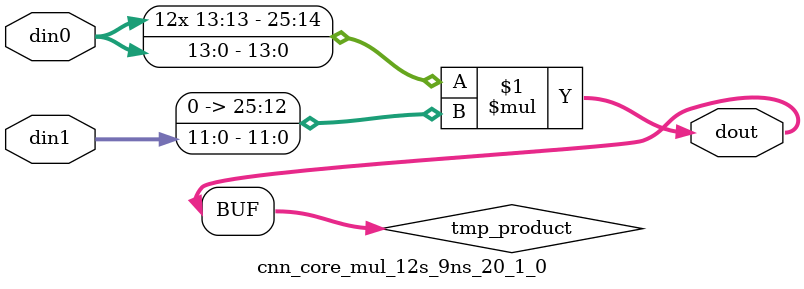
<source format=v>

`timescale 1 ns / 1 ps

  module cnn_core_mul_12s_9ns_20_1_0(din0, din1, dout);
parameter ID = 1;
parameter NUM_STAGE = 0;
parameter din0_WIDTH = 14;
parameter din1_WIDTH = 12;
parameter dout_WIDTH = 26;

input [din0_WIDTH - 1 : 0] din0; 
input [din1_WIDTH - 1 : 0] din1; 
output [dout_WIDTH - 1 : 0] dout;

wire signed [dout_WIDTH - 1 : 0] tmp_product;












assign tmp_product = $signed(din0) * $signed({1'b0, din1});









assign dout = tmp_product;







endmodule

</source>
